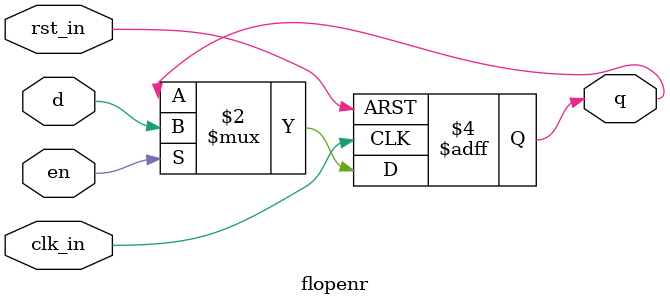
<source format=sv>
module flopenr(
    input logic clk_in,
    input logic en,
    input logic rst_in,
    input logic d,
    output logic q);

    always_ff @(posedge clk_in, posedge rst_in)
        if (rst_in) q <= 1'b0;
        else if (en) q <= d;
endmodule

</source>
